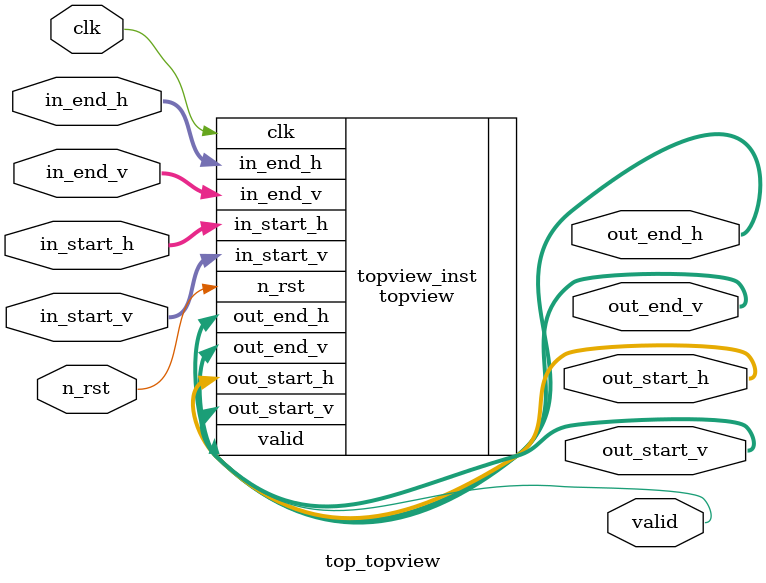
<source format=sv>
`timescale 1ns/1ps
`default_nettype none

module top_topview
  (
   clk, n_rst, in_start_v, in_end_v, in_start_h, in_end_h,
   out_start_v, out_end_v, out_start_h, out_end_h, valid
   );

   
   parameter int      IN_WIDTH   = 640;
   parameter int      IN_HEIGHT  = 480;
   parameter int      OUT_WIDTH  = 180;
   parameter int      OUT_HEIGHT = 480; // 480
   parameter int      SCALE      = 1;
   parameter integer  HVC        = 40; // 40
   parameter integer  HC         = 5;
   parameter integer  DVC        = 45; // 45
   parameter integer  F          = 210;
   parameter integer  FP         = 210;
   parameter real     THETA      = 20 * $acos(-1) / 180.0;
   parameter integer signed CX   = IN_WIDTH / 2;
   parameter integer signed CY   = IN_HEIGHT / 2;
   parameter integer signed CXP  = OUT_WIDTH / 2;
   parameter integer signed CYP  = OUT_HEIGHT / 2;
      
   localparam integer OUT_V_BITW = 32;
   localparam integer OUT_H_BITW = 32;
   
   input wire clk, n_rst;
   input wire [$clog2(IN_HEIGHT):0] in_start_v, in_end_v;
   input wire [$clog2(IN_WIDTH):0] in_start_h, in_end_h;

   output wire signed [OUT_V_BITW-1:0] out_start_v, out_end_v;
   output wire signed [OUT_H_BITW-1:0] out_start_h, out_end_h;
   output wire 			 valid;
   
   topview
     #(
       .IN_WIDTH(IN_WIDTH), .IN_HEIGHT(IN_HEIGHT),
       .OUT_WIDTH(OUT_WIDTH), .OUT_HEIGHT(OUT_HEIGHT),
       .SCALE(SCALE),
       .HVC(HVC), .HC(HC), .DVC(DVC),
       .F(F), .FP(FP),
       .THETA(THETA),
       .CX(CX), .CY(CY),
       .CXP(CXP), .CYP(CYP)
       )
   topview_inst
     (
      .clk(clk), .n_rst(n_rst),
      .in_start_v(in_start_v), .in_start_h(in_start_h), .in_end_v(in_end_v), .in_end_h(in_end_h),
      .out_start_v(out_start_v), .out_start_h(out_start_h), .out_end_v(out_end_v), .out_end_h(out_end_h),
      .valid(valid)
      );
      
endmodule
`default_nettype wire

</source>
